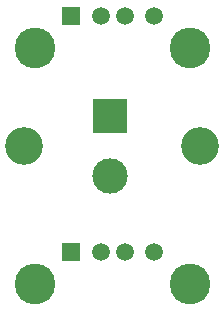
<source format=gts>
G04 #@! TF.GenerationSoftware,KiCad,Pcbnew,7.0.7-7.0.7~ubuntu22.04.1*
G04 #@! TF.CreationDate,2023-10-15T17:41:28+01:00*
G04 #@! TF.ProjectId,USB_distri,5553425f-6469-4737-9472-692e6b696361,rev?*
G04 #@! TF.SameCoordinates,Original*
G04 #@! TF.FileFunction,Soldermask,Top*
G04 #@! TF.FilePolarity,Negative*
%FSLAX46Y46*%
G04 Gerber Fmt 4.6, Leading zero omitted, Abs format (unit mm)*
G04 Created by KiCad (PCBNEW 7.0.7-7.0.7~ubuntu22.04.1) date 2023-10-15 17:41:28*
%MOMM*%
%LPD*%
G01*
G04 APERTURE LIST*
%ADD10C,3.200000*%
%ADD11R,1.500000X1.500000*%
%ADD12C,1.500000*%
%ADD13C,3.450000*%
%ADD14R,3.000000X3.000000*%
%ADD15C,3.000000*%
G04 APERTURE END LIST*
D10*
X153400000Y-73400000D03*
X138550000Y-73400000D03*
D11*
X142550000Y-62400000D03*
D12*
X145050000Y-62400000D03*
X147050000Y-62400000D03*
X149550000Y-62400000D03*
D13*
X139480000Y-65100000D03*
X152620000Y-65100000D03*
D11*
X142550000Y-82400000D03*
D12*
X145050000Y-82400000D03*
X147050000Y-82400000D03*
X149550000Y-82400000D03*
D13*
X139480000Y-85100000D03*
X152620000Y-85100000D03*
D14*
X145800000Y-70860000D03*
D15*
X145800000Y-75940000D03*
M02*

</source>
